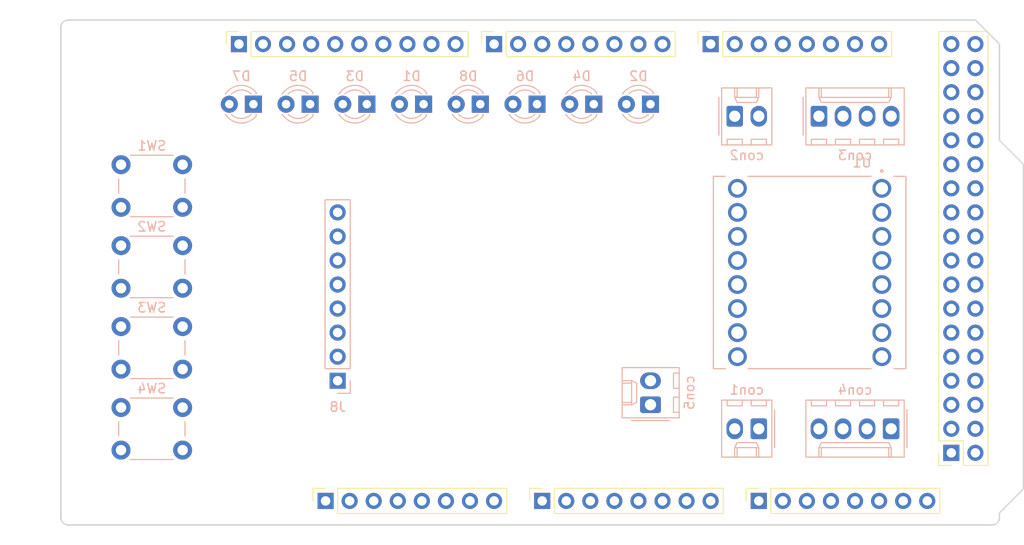
<source format=kicad_pcb>
(kicad_pcb (version 20221018) (generator pcbnew)
  (title_block (date "mar. 31 mars 2015"))
  (layers (0 "F.Cu" signal) (31 "B.Cu" signal) (34 "B.Paste" user) (35 "F.Paste" user) (36 "B.SilkS" user "B.Silkscreen") (37 "F.SilkS" user "F.Silkscreen") (38 "B.Mask" user) (39 "F.Mask" user) (44 "Edge.Cuts" user))
  (net 0 "")
  (net 1 "GND")
  (net 2 "/*52")
  (net 3 "/53")
  (net 4 "/50")
  (net 5 "/51")
  (net 6 "/48")
  (net 7 "/49")
  (net 8 "/*46")
  (net 9 "/47")
  (net 10 "/*44")
  (net 11 "/*45")
  (net 12 "/42")
  (net 13 "/43")
  (net 14 "/40")
  (net 15 "/41")
  (net 16 "/38")
  (net 17 "/39")
  (net 18 "/36")
  (net 19 "/37")
  (net 20 "/34")
  (net 21 "/35")
  (net 22 "/32")
  (net 23 "/33")
  (net 24 "/30")
  (net 25 "/31")
  (net 26 "/28")
  (net 27 "/29")
  (net 28 "/26")
  (net 29 "/27")
  (net 30 "/24")
  (net 31 "/25")
  (net 32 "/22")
  (net 33 "/23")
  (net 34 "+5V")
  (net 35 "/IOREF")
  (net 36 "/A0")
  (net 37 "/A1")
  (net 38 "/A2")
  (net 39 "/A3")
  (net 40 "/A4")
  (net 41 "/A5")
  (net 42 "/A6")
  (net 43 "/A7")
  (net 44 "/A8")
  (net 45 "/A9")
  (net 46 "/A10")
  (net 47 "/A11")
  (net 48 "/A12")
  (net 49 "/A13")
  (net 50 "/A14")
  (net 51 "/A15")
  (net 52 "/AREF")
  (net 53 "/*13")
  (net 54 "/*12")
  (net 55 "/*11")
  (net 56 "/*10")
  (net 57 "/*9")
  (net 58 "/*8")
  (net 59 "/*7")
  (net 60 "/*6")
  (net 61 "/*5")
  (net 62 "/*4")
  (net 63 "/*3")
  (net 64 "/*2")
  (net 65 "/TX0{slash}1")
  (net 66 "/RX0{slash}0")
  (net 67 "+3V3")
  (net 68 "/TX3{slash}14")
  (net 69 "/RX3{slash}15")
  (net 70 "/TX2{slash}16")
  (net 71 "/RX2{slash}17")
  (net 72 "/TX1{slash}18")
  (net 73 "/RX1{slash}19")
  (net 74 "/SDA{slash}20")
  (net 75 "/SCL{slash}21")
  (net 76 "VCC")
  (net 77 "/~{RESET}")
  (net 79 "Net-(U1-A02)")
  (net 80 "Net-(U1-A01)")
  (net 81 "Net-(U1-B01)")
  (net 82 "Net-(U1-B02)")
  (net 83 "ENC11")
  (net 84 "ENC12")
  (net 85 "ENC21")
  (net 86 "ENC22")
  (net 87 "BAT")
  (net 88 "PWMA")
  (net 89 "Ai2")
  (net 90 "AI1")
  (net 91 "BI1")
  (net 92 "BI2")
  (net 93 "PWMB")
  (net 112 "Net-(SW1-A-Pad1)")
  (net 113 "Net-(SW2-A-Pad1)")
  (net 114 "Net-(SW3-A-Pad1)")
  (net 115 "Net-(SW4-A-Pad1)")
  (footprint "Connector_PinSocket_2.54mm:PinSocket_2x18_P2.54mm_Vertical" (layer "F.Cu") (at 193.98 92.38 180)
    (fp_text reference "J7" hide)
    (fp_text value "Digital")
    (fp_line (start -3.87 -1.33) (end -3.87 44.51) (stroke (width 0.12)) (layer "F.SilkS"))
    (fp_line (start -3.87 -1.33) (end -1.27 -1.33) (stroke (width 0.12)) (layer "F.SilkS"))
    (fp_line (start -3.87 44.51) (end 1.33 44.51) (stroke (width 0.12)) (layer "F.SilkS"))
    (fp_line (start -1.27 -1.33) (end -1.27 1.27) (stroke (width 0.12)) (layer "F.SilkS"))
    (fp_line (start -1.27 1.27) (end 1.33 1.27) (stroke (width 0.12)) (layer "F.SilkS"))
    (fp_line (start 0 -1.33) (end 1.33 -1.33) (stroke (width 0.12)) (layer "F.SilkS"))
    (fp_line (start 1.33 -1.33) (end 1.33 0) (stroke (width 0.12)) (layer "F.SilkS"))
    (fp_line (start 1.33 1.27) (end 1.33 44.51) (stroke (width 0.12)) (layer "F.SilkS"))
    (pad "1" thru_hole rect locked (at 0 0 180) (size 1.7 1.7) (drill 1) (layers "*.Cu" "*.Mask") (net 1 "GND"))
    (pad "2" thru_hole oval locked (at -2.54 0 180) (size 1.7 1.7) (drill 1) (layers "*.Cu" "*.Mask") (net 1 "GND"))
    (pad "3" thru_hole oval locked (at 0 2.54 180) (size 1.7 1.7) (drill 1) (layers "*.Cu" "*.Mask") (net 2 "/*52"))
    (pad "4" thru_hole oval locked (at -2.54 2.54 180) (size 1.7 1.7) (drill 1) (layers "*.Cu" "*.Mask") (net 3 "/53"))
    (pad "5" thru_hole oval locked (at 0 5.08 180) (size 1.7 1.7) (drill 1) (layers "*.Cu" "*.Mask") (net 4 "/50"))
    (pad "6" thru_hole oval locked (at -2.54 5.08 180) (size 1.7 1.7) (drill 1) (layers "*.Cu" "*.Mask") (net 5 "/51"))
    (pad "7" thru_hole oval locked (at 0 7.62 180) (size 1.7 1.7) (drill 1) (layers "*.Cu" "*.Mask") (net 6 "/48"))
    (pad "8" thru_hole oval locked (at -2.54 7.62 180) (size 1.7 1.7) (drill 1) (layers "*.Cu" "*.Mask") (net 7 "/49"))
    (pad "9" thru_hole oval locked (at 0 10.16 180) (size 1.7 1.7) (drill 1) (layers "*.Cu" "*.Mask") (net 8 "/*46"))
    (pad "10" thru_hole oval locked (at -2.54 10.16 180) (size 1.7 1.7) (drill 1) (layers "*.Cu" "*.Mask") (net 9 "/47"))
    (pad "11" thru_hole oval locked (at 0 12.7 180) (size 1.7 1.7) (drill 1) (layers "*.Cu" "*.Mask") (net 10 "/*44"))
    (pad "12" thru_hole oval locked (at -2.54 12.7 180) (size 1.7 1.7) (drill 1) (layers "*.Cu" "*.Mask") (net 11 "/*45"))
    (pad "13" thru_hole oval locked (at 0 15.24 180) (size 1.7 1.7) (drill 1) (layers "*.Cu" "*.Mask") (net 12 "/42"))
    (pad "14" thru_hole oval locked (at -2.54 15.24 180) (size 1.7 1.7) (drill 1) (layers "*.Cu" "*.Mask") (net 13 "/43"))
    (pad "15" thru_hole oval locked (at 0 17.78 180) (size 1.7 1.7) (drill 1) (layers "*.Cu" "*.Mask") (net 14 "/40"))
    (pad "16" thru_hole oval locked (at -2.54 17.78 180) (size 1.7 1.7) (drill 1) (layers "*.Cu" "*.Mask") (net 15 "/41"))
    (pad "17" thru_hole oval locked (at 0 20.32 180) (size 1.7 1.7) (drill 1) (layers "*.Cu" "*.Mask") (net 16 "/38"))
    (pad "18" thru_hole oval locked (at -2.54 20.32 180) (size 1.7 1.7) (drill 1) (layers "*.Cu" "*.Mask") (net 17 "/39"))
    (pad "19" thru_hole oval locked (at 0 22.86 180) (size 1.7 1.7) (drill 1) (layers "*.Cu" "*.Mask") (net 18 "/36"))
    (pad "20" thru_hole oval locked (at -2.54 22.86 180) (size 1.7 1.7) (drill 1) (layers "*.Cu" "*.Mask") (net 19 "/37"))
    (pad "21" thru_hole oval locked (at 0 25.4 180) (size 1.7 1.7) (drill 1) (layers "*.Cu" "*.Mask") (net 20 "/34"))
    (pad "22" thru_hole oval locked (at -2.54 25.4 180) (size 1.7 1.7) (drill 1) (layers "*.Cu" "*.Mask") (net 21 "/35"))
    (pad "23" thru_hole oval locked (at 0 27.94 180) (size 1.7 1.7) (drill 1) (layers "*.Cu" "*.Mask") (net 22 "/32"))
    (pad "24" thru_hole oval locked (at -2.54 27.94 180) (size 1.7 1.7) (drill 1) (layers "*.Cu" "*.Mask") (net 23 "/33"))
    (pad "25" thru_hole oval locked (at 0 30.48 180) (size 1.7 1.7) (drill 1) (layers "*.Cu" "*.Mask") (net 24 "/30"))
    (pad "26" thru_hole oval locked (at -2.54 30.48 180) (size 1.7 1.7) (drill 1) (layers "*.Cu" "*.Mask") (net 25 "/31"))
    (pad "27" thru_hole oval locked (at 0 33.02 180) (size 1.7 1.7) (drill 1) (layers "*.Cu" "*.Mask") (net 26 "/28"))
    (pad "28" thru_hole oval locked (at -2.54 33.02 180) (size 1.7 1.7) (drill 1) (layers "*.Cu" "*.Mask") (net 27 "/29"))
    (pad "29" thru_hole oval locked (at 0 35.56 180) (size 1.7 1.7) (drill 1) (layers "*.Cu" "*.Mask") (net 28 "/26"))
    (pad "30" thru_hole oval locked (at -2.54 35.56 180) (size 1.7 1.7) (drill 1) (layers "*.Cu" "*.Mask") (net 29 "/27"))
    (pad "31" thru_hole oval locked (at 0 38.1 180) (size 1.7 1.7) (drill 1) (layers "*.Cu" "*.Mask") (net 30 "/24"))
    (pad "32" thru_hole oval locked (at -2.54 38.1 180) (size 1.7 1.7) (drill 1) (layers "*.Cu" "*.Mask") (net 31 "/25"))
    (pad "33" thru_hole oval locked (at 0 40.64 180) (size 1.7 1.7) (drill 1) (layers "*.Cu" "*.Mask") (net 32 "/22"))
    (pad "34" thru_hole oval locked (at -2.54 40.64 180) (size 1.7 1.7) (drill 1) (layers "*.Cu" "*.Mask") (net 33 "/23"))
    (pad "35" thru_hole oval locked (at 0 43.18 180) (size 1.7 1.7) (drill 1) (layers "*.Cu" "*.Mask") (net 34 "+5V"))
    (pad "36" thru_hole oval locked (at -2.54 43.18 180) (size 1.7 1.7) (drill 1) (layers "*.Cu" "*.Mask") (net 34 "+5V"))
  )
  (footprint "Connector_PinSocket_2.54mm:PinSocket_1x08_P2.54mm_Vertical" (layer "F.Cu") (at 127.94 97.46 90)
    (fp_text reference "J1" hide)
    (fp_text value "Power")
    (fp_line (start -1.33 1.27) (end -1.33 19.11) (stroke (width 0.12)) (layer "F.SilkS"))
    (fp_line (start -1.33 1.27) (end 1.33 1.27) (stroke (width 0.12)) (layer "F.SilkS"))
    (fp_line (start -1.33 19.11) (end 1.33 19.11) (stroke (width 0.12)) (layer "F.SilkS"))
    (fp_line (start 0 -1.33) (end 1.33 -1.33) (stroke (width 0.12)) (layer "F.SilkS"))
    (fp_line (start 1.33 -1.33) (end 1.33 0) (stroke (width 0.12)) (layer "F.SilkS"))
    (fp_line (start 1.33 1.27) (end 1.33 19.11) (stroke (width 0.12)) (layer "F.SilkS"))
    (pad "1" thru_hole rect locked (at 0 0 90) (size 1.7 1.7) (drill 1) (layers "*.Cu" "*.Mask"))
    (pad "2" thru_hole oval locked (at 0 2.54 90) (size 1.7 1.7) (drill 1) (layers "*.Cu" "*.Mask") (net 35 "/IOREF"))
    (pad "3" thru_hole oval locked (at 0 5.08 90) (size 1.7 1.7) (drill 1) (layers "*.Cu" "*.Mask") (net 77 "/~{RESET}"))
    (pad "4" thru_hole oval locked (at 0 7.62 90) (size 1.7 1.7) (drill 1) (layers "*.Cu" "*.Mask") (net 67 "+3V3"))
    (pad "5" thru_hole oval locked (at 0 10.16 90) (size 1.7 1.7) (drill 1) (layers "*.Cu" "*.Mask") (net 34 "+5V"))
    (pad "6" thru_hole oval locked (at 0 12.7 90) (size 1.7 1.7) (drill 1) (layers "*.Cu" "*.Mask") (net 1 "GND"))
    (pad "7" thru_hole oval locked (at 0 15.24 90) (size 1.7 1.7) (drill 1) (layers "*.Cu" "*.Mask") (net 1 "GND"))
    (pad "8" thru_hole oval locked (at 0 17.78 90) (size 1.7 1.7) (drill 1) (layers "*.Cu" "*.Mask") (net 76 "VCC"))
  )
  (footprint "Connector_PinSocket_2.54mm:PinSocket_1x08_P2.54mm_Vertical" (layer "F.Cu") (at 150.8 97.46 90)
    (fp_text reference "J3" hide)
    (fp_text value "Analog")
    (fp_line (start -1.33 1.27) (end -1.33 19.11) (stroke (width 0.12)) (layer "F.SilkS"))
    (fp_line (start -1.33 1.27) (end 1.33 1.27) (stroke (width 0.12)) (layer "F.SilkS"))
    (fp_line (start -1.33 19.11) (end 1.33 19.11) (stroke (width 0.12)) (layer "F.SilkS"))
    (fp_line (start 0 -1.33) (end 1.33 -1.33) (stroke (width 0.12)) (layer "F.SilkS"))
    (fp_line (start 1.33 -1.33) (end 1.33 0) (stroke (width 0.12)) (layer "F.SilkS"))
    (fp_line (start 1.33 1.27) (end 1.33 19.11) (stroke (width 0.12)) (layer "F.SilkS"))
    (pad "1" thru_hole rect locked (at 0 0 90) (size 1.7 1.7) (drill 1) (layers "*.Cu" "*.Mask") (net 36 "/A0"))
    (pad "2" thru_hole oval locked (at 0 2.54 90) (size 1.7 1.7) (drill 1) (layers "*.Cu" "*.Mask") (net 37 "/A1"))
    (pad "3" thru_hole oval locked (at 0 5.08 90) (size 1.7 1.7) (drill 1) (layers "*.Cu" "*.Mask") (net 38 "/A2"))
    (pad "4" thru_hole oval locked (at 0 7.62 90) (size 1.7 1.7) (drill 1) (layers "*.Cu" "*.Mask") (net 39 "/A3"))
    (pad "5" thru_hole oval locked (at 0 10.16 90) (size 1.7 1.7) (drill 1) (layers "*.Cu" "*.Mask") (net 40 "/A4"))
    (pad "6" thru_hole oval locked (at 0 12.7 90) (size 1.7 1.7) (drill 1) (layers "*.Cu" "*.Mask") (net 41 "/A5"))
    (pad "7" thru_hole oval locked (at 0 15.24 90) (size 1.7 1.7) (drill 1) (layers "*.Cu" "*.Mask") (net 42 "/A6"))
    (pad "8" thru_hole oval locked (at 0 17.78 90) (size 1.7 1.7) (drill 1) (layers "*.Cu" "*.Mask") (net 43 "/A7"))
  )
  (footprint "Connector_PinSocket_2.54mm:PinSocket_1x08_P2.54mm_Vertical" (layer "F.Cu") (at 173.66 97.46 90)
    (fp_text reference "J5" hide)
    (fp_text value "Analog")
    (fp_line (start -1.33 1.27) (end -1.33 19.11) (stroke (width 0.12)) (layer "F.SilkS"))
    (fp_line (start -1.33 1.27) (end 1.33 1.27) (stroke (width 0.12)) (layer "F.SilkS"))
    (fp_line (start -1.33 19.11) (end 1.33 19.11) (stroke (width 0.12)) (layer "F.SilkS"))
    (fp_line (start 0 -1.33) (end 1.33 -1.33) (stroke (width 0.12)) (layer "F.SilkS"))
    (fp_line (start 1.33 -1.33) (end 1.33 0) (stroke (width 0.12)) (layer "F.SilkS"))
    (fp_line (start 1.33 1.27) (end 1.33 19.11) (stroke (width 0.12)) (layer "F.SilkS"))
    (pad "1" thru_hole rect locked (at 0 0 90) (size 1.7 1.7) (drill 1) (layers "*.Cu" "*.Mask") (net 44 "/A8"))
    (pad "2" thru_hole oval locked (at 0 2.54 90) (size 1.7 1.7) (drill 1) (layers "*.Cu" "*.Mask") (net 45 "/A9"))
    (pad "3" thru_hole oval locked (at 0 5.08 90) (size 1.7 1.7) (drill 1) (layers "*.Cu" "*.Mask") (net 46 "/A10"))
    (pad "4" thru_hole oval locked (at 0 7.62 90) (size 1.7 1.7) (drill 1) (layers "*.Cu" "*.Mask") (net 47 "/A11"))
    (pad "5" thru_hole oval locked (at 0 10.16 90) (size 1.7 1.7) (drill 1) (layers "*.Cu" "*.Mask") (net 48 "/A12"))
    (pad "6" thru_hole oval locked (at 0 12.7 90) (size 1.7 1.7) (drill 1) (layers "*.Cu" "*.Mask") (net 49 "/A13"))
    (pad "7" thru_hole oval locked (at 0 15.24 90) (size 1.7 1.7) (drill 1) (layers "*.Cu" "*.Mask") (net 50 "/A14"))
    (pad "8" thru_hole oval locked (at 0 17.78 90) (size 1.7 1.7) (drill 1) (layers "*.Cu" "*.Mask") (net 51 "/A15"))
  )
  (footprint "Connector_PinSocket_2.54mm:PinSocket_1x10_P2.54mm_Vertical" (layer "F.Cu") (at 118.796 49.2 90)
    (fp_text reference "J2" hide)
    (fp_text value "PWM")
    (fp_line (start -1.33 1.27) (end -1.33 24.19) (stroke (width 0.12)) (layer "F.SilkS"))
    (fp_line (start -1.33 1.27) (end 1.33 1.27) (stroke (width 0.12)) (layer "F.SilkS"))
    (fp_line (start -1.33 24.19) (end 1.33 24.19) (stroke (width 0.12)) (layer "F.SilkS"))
    (fp_line (start 0 -1.33) (end 1.33 -1.33) (stroke (width 0.12)) (layer "F.SilkS"))
    (fp_line (start 1.33 -1.33) (end 1.33 0) (stroke (width 0.12)) (layer "F.SilkS"))
    (fp_line (start 1.33 1.27) (end 1.33 24.19) (stroke (width 0.12)) (layer "F.SilkS"))
    (pad "1" thru_hole rect locked (at 0 0 90) (size 1.7 1.7) (drill 1) (layers "*.Cu" "*.Mask") (net 75 "/SCL{slash}21"))
    (pad "2" thru_hole oval locked (at 0 2.54 90) (size 1.7 1.7) (drill 1) (layers "*.Cu" "*.Mask") (net 74 "/SDA{slash}20"))
    (pad "3" thru_hole oval locked (at 0 5.08 90) (size 1.7 1.7) (drill 1) (layers "*.Cu" "*.Mask") (net 52 "/AREF"))
    (pad "4" thru_hole oval locked (at 0 7.62 90) (size 1.7 1.7) (drill 1) (layers "*.Cu" "*.Mask") (net 1 "GND"))
    (pad "5" thru_hole oval locked (at 0 10.16 90) (size 1.7 1.7) (drill 1) (layers "*.Cu" "*.Mask") (net 53 "/*13"))
    (pad "6" thru_hole oval locked (at 0 12.7 90) (size 1.7 1.7) (drill 1) (layers "*.Cu" "*.Mask") (net 54 "/*12"))
    (pad "7" thru_hole oval locked (at 0 15.24 90) (size 1.7 1.7) (drill 1) (layers "*.Cu" "*.Mask") (net 55 "/*11"))
    (pad "8" thru_hole oval locked (at 0 17.78 90) (size 1.7 1.7) (drill 1) (layers "*.Cu" "*.Mask") (net 56 "/*10"))
    (pad "9" thru_hole oval locked (at 0 20.32 90) (size 1.7 1.7) (drill 1) (layers "*.Cu" "*.Mask") (net 57 "/*9"))
    (pad "10" thru_hole oval locked (at 0 22.86 90) (size 1.7 1.7) (drill 1) (layers "*.Cu" "*.Mask") (net 58 "/*8"))
  )
  (footprint "Connector_PinSocket_2.54mm:PinSocket_1x08_P2.54mm_Vertical" (layer "F.Cu") (at 145.72 49.2 90)
    (fp_text reference "J4" hide)
    (fp_text value "PWM")
    (fp_line (start -1.33 1.27) (end -1.33 19.11) (stroke (width 0.12)) (layer "F.SilkS"))
    (fp_line (start -1.33 1.27) (end 1.33 1.27) (stroke (width 0.12)) (layer "F.SilkS"))
    (fp_line (start -1.33 19.11) (end 1.33 19.11) (stroke (width 0.12)) (layer "F.SilkS"))
    (fp_line (start 0 -1.33) (end 1.33 -1.33) (stroke (width 0.12)) (layer "F.SilkS"))
    (fp_line (start 1.33 -1.33) (end 1.33 0) (stroke (width 0.12)) (layer "F.SilkS"))
    (fp_line (start 1.33 1.27) (end 1.33 19.11) (stroke (width 0.12)) (layer "F.SilkS"))
    (pad "1" thru_hole rect locked (at 0 0 90) (size 1.7 1.7) (drill 1) (layers "*.Cu" "*.Mask") (net 59 "/*7"))
    (pad "2" thru_hole oval locked (at 0 2.54 90) (size 1.7 1.7) (drill 1) (layers "*.Cu" "*.Mask") (net 60 "/*6"))
    (pad "3" thru_hole oval locked (at 0 5.08 90) (size 1.7 1.7) (drill 1) (layers "*.Cu" "*.Mask") (net 61 "/*5"))
    (pad "4" thru_hole oval locked (at 0 7.62 90) (size 1.7 1.7) (drill 1) (layers "*.Cu" "*.Mask") (net 62 "/*4"))
    (pad "5" thru_hole oval locked (at 0 10.16 90) (size 1.7 1.7) (drill 1) (layers "*.Cu" "*.Mask") (net 63 "/*3"))
    (pad "6" thru_hole oval locked (at 0 12.7 90) (size 1.7 1.7) (drill 1) (layers "*.Cu" "*.Mask") (net 64 "/*2"))
    (pad "7" thru_hole oval locked (at 0 15.24 90) (size 1.7 1.7) (drill 1) (layers "*.Cu" "*.Mask") (net 65 "/TX0{slash}1"))
    (pad "8" thru_hole oval locked (at 0 17.78 90) (size 1.7 1.7) (drill 1) (layers "*.Cu" "*.Mask") (net 66 "/RX0{slash}0"))
  )
  (footprint "Connector_PinSocket_2.54mm:PinSocket_1x08_P2.54mm_Vertical" (layer "F.Cu") (at 168.58 49.2 90)
    (fp_text reference "J6" hide)
    (fp_text value "Communication")
    (fp_line (start -1.33 1.27) (end -1.33 19.11) (stroke (width 0.12)) (layer "F.SilkS"))
    (fp_line (start -1.33 1.27) (end 1.33 1.27) (stroke (width 0.12)) (layer "F.SilkS"))
    (fp_line (start -1.33 19.11) (end 1.33 19.11) (stroke (width 0.12)) (layer "F.SilkS"))
    (fp_line (start 0 -1.33) (end 1.33 -1.33) (stroke (width 0.12)) (layer "F.SilkS"))
    (fp_line (start 1.33 -1.33) (end 1.33 0) (stroke (width 0.12)) (layer "F.SilkS"))
    (fp_line (start 1.33 1.27) (end 1.33 19.11) (stroke (width 0.12)) (layer "F.SilkS"))
    (pad "1" thru_hole rect locked (at 0 0 90) (size 1.7 1.7) (drill 1) (layers "*.Cu" "*.Mask") (net 68 "/TX3{slash}14"))
    (pad "2" thru_hole oval locked (at 0 2.54 90) (size 1.7 1.7) (drill 1) (layers "*.Cu" "*.Mask") (net 69 "/RX3{slash}15"))
    (pad "3" thru_hole oval locked (at 0 5.08 90) (size 1.7 1.7) (drill 1) (layers "*.Cu" "*.Mask") (net 70 "/TX2{slash}16"))
    (pad "4" thru_hole oval locked (at 0 7.62 90) (size 1.7 1.7) (drill 1) (layers "*.Cu" "*.Mask") (net 71 "/RX2{slash}17"))
    (pad "5" thru_hole oval locked (at 0 10.16 90) (size 1.7 1.7) (drill 1) (layers "*.Cu" "*.Mask") (net 72 "/TX1{slash}18"))
    (pad "6" thru_hole oval locked (at 0 12.7 90) (size 1.7 1.7) (drill 1) (layers "*.Cu" "*.Mask") (net 73 "/RX1{slash}19"))
    (pad "7" thru_hole oval locked (at 0 15.24 90) (size 1.7 1.7) (drill 1) (layers "*.Cu" "*.Mask") (net 74 "/SDA{slash}20"))
    (pad "8" thru_hole oval locked (at 0 17.78 90) (size 1.7 1.7) (drill 1) (layers "*.Cu" "*.Mask") (net 75 "/SCL{slash}21"))
  )
  (footprint "Arduino_MountingHole:MountingHole_3.2mm" (layer "F.Cu") (at 196.52 97.46)
    (fp_text reference "MH6" hide)
    (fp_text value "MountingHole_3.2mm" hide)
    (pad "" np_thru_hole circle locked (at 0 0) (size 3.2 3.2) (drill 3.2) (layers "*.Cu" "*.Mask"))
  )
  (footprint "Arduino_MountingHole:MountingHole_3.2mm" (layer "F.Cu") (at 115.24 49.2)
    (fp_text reference "MH1" hide)
    (fp_text value "MountingHole_3.2mm" hide)
    (pad "" np_thru_hole circle locked (at 0 0) (size 3.2 3.2) (drill 3.2) (layers "*.Cu" "*.Mask"))
  )
  (footprint "Arduino_MountingHole:MountingHole_3.2mm" (layer "F.Cu") (at 113.97 97.46)
    (fp_text reference "MH2" hide)
    (fp_text value "MountingHole_3.2mm" hide)
    (pad "" np_thru_hole circle locked (at 0 0) (size 3.2 3.2) (drill 3.2) (layers "*.Cu" "*.Mask"))
  )
  (footprint "Arduino_MountingHole:MountingHole_3.2mm" (layer "F.Cu") (at 166.04 64.44)
    (fp_text reference "MH3" hide)
    (fp_text value "MountingHole_3.2mm" hide)
    (pad "" np_thru_hole circle locked (at 0 0) (size 3.2 3.2) (drill 3.2) (layers "*.Cu" "*.Mask"))
  )
  (footprint "Arduino_MountingHole:MountingHole_3.2mm" (layer "F.Cu") (at 166.04 92.38)
    (fp_text reference "MH4" hide)
    (fp_text value "MountingHole_3.2mm" hide)
    (pad "" np_thru_hole circle locked (at 0 0) (size 3.2 3.2) (drill 3.2) (layers "*.Cu" "*.Mask"))
  )
  (footprint "Arduino_MountingHole:MountingHole_3.2mm" (layer "F.Cu") (at 190.17 49.2)
    (fp_text reference "MH5" hide)
    (fp_text value "MountingHole_3.2mm" hide)
    (pad "" np_thru_hole circle locked (at 0 0) (size 3.2 3.2) (drill 3.2) (layers "*.Cu" "*.Mask"))
  )
  (footprint "Button_Switch_THT:SW_PUSH_6mm" (layer "B.Cu") (at 112.85 70.49 180)
    (fp_text reference "SW2" (at 3.25 2) (layer "B.SilkS") (effects (justify mirror)))
    (fp_text value "SW_MEC_5G")
    (fp_line (start -0.25 -1.5) (end -0.25 -3) (stroke (width 0.12)) (layer "B.SilkS"))
    (fp_line (start 1 -5.5) (end 5.5 -5.5) (stroke (width 0.12)) (layer "B.SilkS"))
    (fp_line (start 5.5 1) (end 1 1) (stroke (width 0.12)) (layer "B.SilkS"))
    (fp_line (start 6.75 -3) (end 6.75 -1.5) (stroke (width 0.12)) (layer "B.SilkS"))
    (pad "1" thru_hole circle (at 0 0 90) (size 2 2) (drill 1.1) (layers "*.Cu" "*.Mask") (net 113 "Net-(SW2-A-Pad1)"))
    (pad "1" thru_hole circle (at 6.5 0 90) (size 2 2) (drill 1.1) (layers "*.Cu" "*.Mask") (net 113 "Net-(SW2-A-Pad1)"))
    (pad "2" thru_hole circle (at 0 -4.5 90) (size 2 2) (drill 1.1) (layers "*.Cu" "*.Mask") (net 113 "Net-(SW2-A-Pad1)"))
    (pad "2" thru_hole circle (at 6.5 -4.5 90) (size 2 2) (drill 1.1) (layers "*.Cu" "*.Mask") (net 113 "Net-(SW2-A-Pad1)"))
  )
  (footprint "LED_THT:LED_D3.0mm" (layer "B.Cu") (at 144.268574 55.55 180)
    (fp_text reference "D8" (at 1.27 2.96) (layer "B.SilkS") (effects (justify mirror)))
    (fp_text value "LED")
    (fp_line (start -0.29 -1.08) (end -0.29 -1.236) (stroke (width 0.12)) (layer "B.SilkS"))
    (fp_line (start -0.29 1.236) (end -0.29 1.08) (stroke (width 0.12)) (layer "B.SilkS"))
    (fp_arc (start -0.29 -1.235516) (mid 1.366487 -1.987659) (end 2.942335 -1.078608) (stroke (width 0.12)) (layer "B.SilkS"))
    (fp_arc (start 0.229039 -1.08) (mid 1.270117 -1.5) (end 2.31113 -1.079837) (stroke (width 0.12)) (layer "B.SilkS"))
    (fp_arc (start 2.31113 1.079837) (mid 1.270117 1.5) (end 0.229039 1.08) (stroke (width 0.12)) (layer "B.SilkS"))
    (fp_arc (start 2.942335 1.078608) (mid 1.366487 1.987659) (end -0.29 1.235516) (stroke (width 0.12)) (layer "B.SilkS"))
    (pad "1" thru_hole rect (at 0 0 180) (size 1.8 1.8) (drill 0.9) (layers "*.Cu" "*.Mask"))
    (pad "2" thru_hole circle (at 2.54 0 180) (size 1.8 1.8) (drill 0.9) (layers "*.Cu" "*.Mask"))
  )
  (footprint "LED_THT:LED_D3.0mm" (layer "B.Cu") (at 162.23 55.55 180)
    (fp_text reference "D2" (at 1.27 2.96) (layer "B.SilkS") (effects (justify mirror)))
    (fp_text value "LED")
    (fp_line (start -0.29 -1.08) (end -0.29 -1.236) (stroke (width 0.12)) (layer "B.SilkS"))
    (fp_line (start -0.29 1.236) (end -0.29 1.08) (stroke (width 0.12)) (layer "B.SilkS"))
    (fp_arc (start -0.29 -1.235516) (mid 1.366487 -1.987659) (end 2.942335 -1.078608) (stroke (width 0.12)) (layer "B.SilkS"))
    (fp_arc (start 0.229039 -1.08) (mid 1.270117 -1.5) (end 2.31113 -1.079837) (stroke (width 0.12)) (layer "B.SilkS"))
    (fp_arc (start 2.31113 1.079837) (mid 1.270117 1.5) (end 0.229039 1.08) (stroke (width 0.12)) (layer "B.SilkS"))
    (fp_arc (start 2.942335 1.078608) (mid 1.366487 1.987659) (end -0.29 1.235516) (stroke (width 0.12)) (layer "B.SilkS"))
    (pad "1" thru_hole rect (at 0 0 180) (size 1.8 1.8) (drill 0.9) (layers "*.Cu" "*.Mask"))
    (pad "2" thru_hole circle (at 2.54 0 180) (size 1.8 1.8) (drill 0.9) (layers "*.Cu" "*.Mask"))
  )
  (footprint "Button_Switch_THT:SW_PUSH_6mm" (layer "B.Cu") (at 112.85 79.04 180)
    (fp_text reference "SW3" (at 3.25 2) (layer "B.SilkS") (effects (justify mirror)))
    (fp_text value "SW_MEC_5G")
    (fp_line (start -0.25 -1.5) (end -0.25 -3) (stroke (width 0.12)) (layer "B.SilkS"))
    (fp_line (start 1 -5.5) (end 5.5 -5.5) (stroke (width 0.12)) (layer "B.SilkS"))
    (fp_line (start 5.5 1) (end 1 1) (stroke (width 0.12)) (layer "B.SilkS"))
    (fp_line (start 6.75 -3) (end 6.75 -1.5) (stroke (width 0.12)) (layer "B.SilkS"))
    (pad "1" thru_hole circle (at 0 0 90) (size 2 2) (drill 1.1) (layers "*.Cu" "*.Mask") (net 114 "Net-(SW3-A-Pad1)"))
    (pad "1" thru_hole circle (at 6.5 0 90) (size 2 2) (drill 1.1) (layers "*.Cu" "*.Mask") (net 114 "Net-(SW3-A-Pad1)"))
    (pad "2" thru_hole circle (at 0 -4.5 90) (size 2 2) (drill 1.1) (layers "*.Cu" "*.Mask") (net 114 "Net-(SW3-A-Pad1)"))
    (pad "2" thru_hole circle (at 6.5 -4.5 90) (size 2 2) (drill 1.1) (layers "*.Cu" "*.Mask") (net 114 "Net-(SW3-A-Pad1)"))
  )
  (footprint "ponteH:MODULE_ROB-14450" (layer "B.Cu") (at 179.02619 73.33 180)
    (fp_text reference "U1" (at -5.5332 11.6132) (layer "B.SilkS") (effects (justify mirror)))
    (fp_text value "tb66")
    (fp_line (start -10.16 10.16) (end -10.16 -10.16) (stroke (width 0.127)) (layer "B.SilkS"))
    (fp_line (start -8.89 -10.16) (end -10.16 -10.16) (stroke (width 0.127)) (layer "B.SilkS"))
    (fp_line (start -8.89 10.16) (end -10.16 10.16) (stroke (width 0.127)) (layer "B.SilkS"))
    (fp_line (start -6.5 -10.16) (end 6.5 -10.16) (stroke (width 0.127)) (layer "B.SilkS"))
    (fp_line (start -6.5 10.16) (end 6.5 10.16) (stroke (width 0.127)) (layer "B.SilkS"))
    (fp_line (start 8.89 -10.16) (end 10.16 -10.16) (stroke (width 0.127)) (layer "B.SilkS"))
    (fp_line (start 8.89 10.16) (end 10.16 10.16) (stroke (width 0.127)) (layer "B.SilkS"))
    (fp_line (start 10.16 -10.16) (end 10.16 10.16) (stroke (width 0.127)) (layer "B.SilkS"))
    (fp_circle (center -7.62 10.7282) (end -7.52 10.7282) (stroke (width 0.2)) (fill none) (layer "B.SilkS"))
    (pad "1" thru_hole circle (at -7.62 8.89 180) (size 1.98 1.98) (drill 1.32) (layers "*.Cu" "*.Mask") (net 87 "BAT"))
    (pad "2" thru_hole circle (at -7.62 6.35 180) (size 1.98 1.98) (drill 1.32) (layers "*.Cu" "*.Mask") (net 34 "+5V"))
    (pad "3" thru_hole circle (at -7.62 3.81 180) (size 1.98 1.98) (drill 1.32) (layers "*.Cu" "*.Mask") (net 1 "GND"))
    (pad "4" thru_hole circle (at -7.62 1.27 180) (size 1.98 1.98) (drill 1.32) (layers "*.Cu" "*.Mask") (net 80 "Net-(U1-A01)"))
    (pad "5" thru_hole circle (at -7.62 -1.27 180) (size 1.98 1.98) (drill 1.32) (layers "*.Cu" "*.Mask") (net 79 "Net-(U1-A02)"))
    (pad "6" thru_hole circle (at -7.62 -3.81 180) (size 1.98 1.98) (drill 1.32) (layers "*.Cu" "*.Mask") (net 82 "Net-(U1-B02)"))
    (pad "7" thru_hole circle (at -7.62 -6.35 180) (size 1.98 1.98) (drill 1.32) (layers "*.Cu" "*.Mask") (net 81 "Net-(U1-B01)"))
    (pad "8" thru_hole circle (at -7.62 -8.89 180) (size 1.98 1.98) (drill 1.32) (layers "*.Cu" "*.Mask") (net 1 "GND"))
    (pad "9" thru_hole circle (at 7.62 -8.89 180) (size 1.98 1.98) (drill 1.32) (layers "*.Cu" "*.Mask") (net 1 "GND"))
    (pad "10" thru_hole circle (at 7.62 -6.35 180) (size 1.98 1.98) (drill 1.32) (layers "*.Cu" "*.Mask") (net 93 "PWMB"))
    (pad "11" thru_hole circle (at 7.62 -3.81 180) (size 1.98 1.98) (drill 1.32) (layers "*.Cu" "*.Mask") (net 92 "BI2"))
    (pad "12" thru_hole circle (at 7.62 -1.27 180) (size 1.98 1.98) (drill 1.32) (layers "*.Cu" "*.Mask") (net 91 "BI1"))
    (pad "13" thru_hole circle (at 7.62 1.27 180) (size 1.98 1.98) (drill 1.32) (layers "*.Cu" "*.Mask") (net 34 "+5V"))
    (pad "14" thru_hole circle (at 7.62 3.81 180) (size 1.98 1.98) (drill 1.32) (layers "*.Cu" "*.Mask") (net 90 "AI1"))
    (pad "15" thru_hole circle (at 7.62 6.35 180) (size 1.98 1.98) (drill 1.32) (layers "*.Cu" "*.Mask") (net 89 "Ai2"))
    (pad "16" thru_hole circle (at 7.62 8.89 180) (size 1.98 1.98) (drill 1.32) (layers "*.Cu" "*.Mask") (net 88 "PWMA"))
  )
  (footprint "Connector_Molex:Molex_KK-254_AE-6410-02A_1x02_P2.54mm_Vertical" (layer "B.Cu") (at 173.66 89.84 180)
    (fp_text reference "con1" (at 1.27 4.12 -360) (layer "B.SilkS") (effects (justify mirror)))
    (fp_text value "MOTOR2")
    (fp_line (start -1.67 2) (end -1.67 -2) (stroke (width 0.12)) (layer "B.SilkS"))
    (fp_line (start -1.38 -2.99) (end 3.92 -2.99) (stroke (width 0.12)) (layer "B.SilkS"))
    (fp_line (start -1.38 3.03) (end -1.38 -2.99) (stroke (width 0.12)) (layer "B.SilkS"))
    (fp_line (start -0.8 2.43) (end 0.8 2.43) (stroke (width 0.12)) (layer "B.SilkS"))
    (fp_line (start -0.8 3.03) (end -0.8 2.43) (stroke (width 0.12)) (layer "B.SilkS"))
    (fp_line (start 0 -2.99) (end 0 -1.99) (stroke (width 0.12)) (layer "B.SilkS"))
    (fp_line (start 0 -1.99) (end 0.25 -1.46) (stroke (width 0.12)) (layer "B.SilkS"))
    (fp_line (start 0 -1.99) (end 2.54 -1.99) (stroke (width 0.12)) (layer "B.SilkS"))
    (fp_line (start 0.25 -2.99) (end 0.25 -1.99) (stroke (width 0.12)) (layer "B.SilkS"))
    (fp_line (start 0.25 -1.46) (end 2.29 -1.46) (stroke (width 0.12)) (layer "B.SilkS"))
    (fp_line (start 0.8 2.43) (end 0.8 3.03) (stroke (width 0.12)) (layer "B.SilkS"))
    (fp_line (start 1.74 2.43) (end 3.34 2.43) (stroke (width 0.12)) (layer "B.SilkS"))
    (fp_line (start 1.74 3.03) (end 1.74 2.43) (stroke (width 0.12)) (layer "B.SilkS"))
    (fp_line (start 2.29 -2.99) (end 2.29 -1.99) (stroke (width 0.12)) (layer "B.SilkS"))
    (fp_line (start 2.29 -1.46) (end 2.54 -1.99) (stroke (width 0.12)) (layer "B.SilkS"))
    (fp_line (start 2.54 -1.99) (end 2.54 -2.99) (stroke (width 0.12)) (layer "B.SilkS"))
    (fp_line (start 3.34 2.43) (end 3.34 3.03) (stroke (width 0.12)) (layer "B.SilkS"))
    (fp_line (start 3.92 -2.99) (end 3.92 3.03) (stroke (width 0.12)) (layer "B.SilkS"))
    (fp_line (start 3.92 3.03) (end -1.38 3.03) (stroke (width 0.12)) (layer "B.SilkS"))
    (pad "1" thru_hole roundrect (at 0 0 180) (size 1.74 2.19) (drill 1.19) (layers "*.Cu" "*.Mask") (roundrect_rratio 0.143678) (net 79 "Net-(U1-A02)"))
    (pad "2" thru_hole oval (at 2.54 0 180) (size 1.74 2.19) (drill 1.19) (layers "*.Cu" "*.Mask") (net 80 "Net-(U1-A01)"))
  )
  (footprint "LED_THT:LED_D3.0mm" (layer "B.Cu") (at 126.307148 55.55 180)
    (fp_text reference "D5" (at 1.27 2.96) (layer "B.SilkS") (effects (justify mirror)))
    (fp_text value "LED")
    (fp_line (start -0.29 -1.08) (end -0.29 -1.236) (stroke (width 0.12)) (layer "B.SilkS"))
    (fp_line (start -0.29 1.236) (end -0.29 1.08) (stroke (width 0.12)) (layer "B.SilkS"))
    (fp_arc (start -0.29 -1.235516) (mid 1.366487 -1.987659) (end 2.942335 -1.078608) (stroke (width 0.12)) (layer "B.SilkS"))
    (fp_arc (start 0.229039 -1.08) (mid 1.270117 -1.5) (end 2.31113 -1.079837) (stroke (width 0.12)) (layer "B.SilkS"))
    (fp_arc (start 2.31113 1.079837) (mid 1.270117 1.5) (end 0.229039 1.08) (stroke (width 0.12)) (layer "B.SilkS"))
    (fp_arc (start 2.942335 1.078608) (mid 1.366487 1.987659) (end -0.29 1.235516) (stroke (width 0.12)) (layer "B.SilkS"))
    (pad "1" thru_hole rect (at 0 0 180) (size 1.8 1.8) (drill 0.9) (layers "*.Cu" "*.Mask"))
    (pad "2" thru_hole circle (at 2.54 0 180) (size 1.8 1.8) (drill 0.9) (layers "*.Cu" "*.Mask"))
  )
  (footprint "Connector_Molex:Molex_KK-254_AE-6410-04A_1x04_P2.54mm_Vertical" (layer "B.Cu") (at 187.63 89.84 180)
    (fp_text reference "con4" (at 3.81 4.12 -360) (layer "B.SilkS") (effects (justify mirror)))
    (fp_text value "ENC2")
    (fp_line (start -1.67 2) (end -1.67 -2) (stroke (width 0.12)) (layer "B.SilkS"))
    (fp_line (start -1.38 -2.99) (end 9 -2.99) (stroke (width 0.12)) (layer "B.SilkS"))
    (fp_line (start -1.38 3.03) (end -1.38 -2.99) (stroke (width 0.12)) (layer "B.SilkS"))
    (fp_line (start -0.8 2.43) (end 0.8 2.43) (stroke (width 0.12)) (layer "B.SilkS"))
    (fp_line (start -0.8 3.03) (end -0.8 2.43) (stroke (width 0.12)) (layer "B.SilkS"))
    (fp_line (start 0 -2.99) (end 0 -1.99) (stroke (width 0.12)) (layer "B.SilkS"))
    (fp_line (start 0 -1.99) (end 0.25 -1.46) (stroke (width 0.12)) (layer "B.SilkS"))
    (fp_line (start 0 -1.99) (end 7.62 -1.99) (stroke (width 0.12)) (layer "B.SilkS"))
    (fp_line (start 0.25 -2.99) (end 0.25 -1.99) (stroke (width 0.12)) (layer "B.SilkS"))
    (fp_line (start 0.25 -1.46) (end 7.37 -1.46) (stroke (width 0.12)) (layer "B.SilkS"))
    (fp_line (start 0.8 2.43) (end 0.8 3.03) (stroke (width 0.12)) (layer "B.SilkS"))
    (fp_line (start 1.74 2.43) (end 3.34 2.43) (stroke (width 0.12)) (layer "B.SilkS"))
    (fp_line (start 1.74 3.03) (end 1.74 2.43) (stroke (width 0.12)) (layer "B.SilkS"))
    (fp_line (start 3.34 2.43) (end 3.34 3.03) (stroke (width 0.12)) (layer "B.SilkS"))
    (fp_line (start 4.28 2.43) (end 5.88 2.43) (stroke (width 0.12)) (layer "B.SilkS"))
    (fp_line (start 4.28 3.03) (end 4.28 2.43) (stroke (width 0.12)) (layer "B.SilkS"))
    (fp_line (start 5.88 2.43) (end 5.88 3.03) (stroke (width 0.12)) (layer "B.SilkS"))
    (fp_line (start 6.82 2.43) (end 8.42 2.43) (stroke (width 0.12)) (layer "B.SilkS"))
    (fp_line (start 6.82 3.03) (end 6.82 2.43) (stroke (width 0.12)) (layer "B.SilkS"))
    (fp_line (start 7.37 -2.99) (end 7.37 -1.99) (stroke (width 0.12)) (layer "B.SilkS"))
    (fp_line (start 7.37 -1.46) (end 7.62 -1.99) (stroke (width 0.12)) (layer "B.SilkS"))
    (fp_line (start 7.62 -1.99) (end 7.62 -2.99) (stroke (width 0.12)) (layer "B.SilkS"))
    (fp_line (start 8.42 2.43) (end 8.42 3.03) (stroke (width 0.12)) (layer "B.SilkS"))
    (fp_line (start 9 -2.99) (end 9 3.03) (stroke (width 0.12)) (layer "B.SilkS"))
    (fp_line (start 9 3.03) (end -1.38 3.03) (stroke (width 0.12)) (layer "B.SilkS"))
    (pad "1" thru_hole roundrect (at 0 0 180) (size 1.74 2.19) (drill 1.19) (layers "*.Cu" "*.Mask") (roundrect_rratio 0.143678) (net 34 "+5V"))
    (pad "2" thru_hole oval (at 2.54 0 180) (size 1.74 2.19) (drill 1.19) (layers "*.Cu" "*.Mask") (net 85 "ENC21"))
    (pad "3" thru_hole oval (at 5.08 0 180) (size 1.74 2.19) (drill 1.19) (layers "*.Cu" "*.Mask") (net 86 "ENC22"))
    (pad "4" thru_hole oval (at 7.62 0 180) (size 1.74 2.19) (drill 1.19) (layers "*.Cu" "*.Mask") (net 1 "GND"))
  )
  (footprint "Button_Switch_THT:SW_PUSH_6mm" (layer "B.Cu") (at 112.85 61.94 180)
    (fp_text reference "SW1" (at 3.25 2) (layer "B.SilkS") (effects (justify mirror)))
    (fp_text value "SW_MEC_5G")
    (fp_line (start -0.25 -1.5) (end -0.25 -3) (stroke (width 0.12)) (layer "B.SilkS"))
    (fp_line (start 1 -5.5) (end 5.5 -5.5) (stroke (width 0.12)) (layer "B.SilkS"))
    (fp_line (start 5.5 1) (end 1 1) (stroke (width 0.12)) (layer "B.SilkS"))
    (fp_line (start 6.75 -3) (end 6.75 -1.5) (stroke (width 0.12)) (layer "B.SilkS"))
    (pad "1" thru_hole circle (at 0 0 90) (size 2 2) (drill 1.1) (layers "*.Cu" "*.Mask") (net 112 "Net-(SW1-A-Pad1)"))
    (pad "1" thru_hole circle (at 6.5 0 90) (size 2 2) (drill 1.1) (layers "*.Cu" "*.Mask") (net 112 "Net-(SW1-A-Pad1)"))
    (pad "2" thru_hole circle (at 0 -4.5 90) (size 2 2) (drill 1.1) (layers "*.Cu" "*.Mask") (net 112 "Net-(SW1-A-Pad1)"))
    (pad "2" thru_hole circle (at 6.5 -4.5 90) (size 2 2) (drill 1.1) (layers "*.Cu" "*.Mask") (net 112 "Net-(SW1-A-Pad1)"))
  )
  (footprint "LED_THT:LED_D3.0mm" (layer "B.Cu") (at 120.32 55.55 180)
    (fp_text reference "D7" (at 1.27 2.96) (layer "B.SilkS") (effects (justify mirror)))
    (fp_text value "LED")
    (fp_line (start -0.29 -1.08) (end -0.29 -1.236) (stroke (width 0.12)) (layer "B.SilkS"))
    (fp_line (start -0.29 1.236) (end -0.29 1.08) (stroke (width 0.12)) (layer "B.SilkS"))
    (fp_arc (start -0.29 -1.235516) (mid 1.366487 -1.987659) (end 2.942335 -1.078608) (stroke (width 0.12)) (layer "B.SilkS"))
    (fp_arc (start 0.229039 -1.08) (mid 1.270117 -1.5) (end 2.31113 -1.079837) (stroke (width 0.12)) (layer "B.SilkS"))
    (fp_arc (start 2.31113 1.079837) (mid 1.270117 1.5) (end 0.229039 1.08) (stroke (width 0.12)) (layer "B.SilkS"))
    (fp_arc (start 2.942335 1.078608) (mid 1.366487 1.987659) (end -0.29 1.235516) (stroke (width 0.12)) (layer "B.SilkS"))
    (pad "1" thru_hole rect (at 0 0 180) (size 1.8 1.8) (drill 0.9) (layers "*.Cu" "*.Mask"))
    (pad "2" thru_hole circle (at 2.54 0 180) (size 1.8 1.8) (drill 0.9) (layers "*.Cu" "*.Mask"))
  )
  (footprint "LED_THT:LED_D3.0mm" (layer "B.Cu") (at 132.29429 55.55 180)
    (fp_text reference "D3" (at 1.27 2.96) (layer "B.SilkS") (effects (justify mirror)))
    (fp_text value "LED")
    (fp_line (start -0.29 -1.08) (end -0.29 -1.236) (stroke (width 0.12)) (layer "B.SilkS"))
    (fp_line (start -0.29 1.236) (end -0.29 1.08) (stroke (width 0.12)) (layer "B.SilkS"))
    (fp_arc (start -0.29 -1.235516) (mid 1.366487 -1.987659) (end 2.942335 -1.078608) (stroke (width 0.12)) (layer "B.SilkS"))
    (fp_arc (start 0.229039 -1.08) (mid 1.270117 -1.5) (end 2.31113 -1.079837) (stroke (width 0.12)) (layer "B.SilkS"))
    (fp_arc (start 2.31113 1.079837) (mid 1.270117 1.5) (end 0.229039 1.08) (stroke (width 0.12)) (layer "B.SilkS"))
    (fp_arc (start 2.942335 1.078608) (mid 1.366487 1.987659) (end -0.29 1.235516) (stroke (width 0.12)) (layer "B.SilkS"))
    (pad "1" thru_hole rect (at 0 0 180) (size 1.8 1.8) (drill 0.9) (layers "*.Cu" "*.Mask"))
    (pad "2" thru_hole circle (at 2.54 0 180) (size 1.8 1.8) (drill 0.9) (layers "*.Cu" "*.Mask"))
  )
  (footprint "Connector_Molex:Molex_KK-254_AE-6410-04A_1x04_P2.54mm_Vertical" (layer "B.Cu") (at 180.01 56.82)
    (fp_text reference "con3" (at 3.81 4.12 -360) (layer "B.SilkS") (effects (justify mirror)))
    (fp_text value "ENC1")
    (fp_line (start -1.67 2) (end -1.67 -2) (stroke (width 0.12)) (layer "B.SilkS"))
    (fp_line (start -1.38 -2.99) (end 9 -2.99) (stroke (width 0.12)) (layer "B.SilkS"))
    (fp_line (start -1.38 3.03) (end -1.38 -2.99) (stroke (width 0.12)) (layer "B.SilkS"))
    (fp_line (start -0.8 2.43) (end 0.8 2.43) (stroke (width 0.12)) (layer "B.SilkS"))
    (fp_line (start -0.8 3.03) (end -0.8 2.43) (stroke (width 0.12)) (layer "B.SilkS"))
    (fp_line (start 0 -2.99) (end 0 -1.99) (stroke (width 0.12)) (layer "B.SilkS"))
    (fp_line (start 0 -1.99) (end 0.25 -1.46) (stroke (width 0.12)) (layer "B.SilkS"))
    (fp_line (start 0 -1.99) (end 7.62 -1.99) (stroke (width 0.12)) (layer "B.SilkS"))
    (fp_line (start 0.25 -2.99) (end 0.25 -1.99) (stroke (width 0.12)) (layer "B.SilkS"))
    (fp_line (start 0.25 -1.46) (end 7.37 -1.46) (stroke (width 0.12)) (layer "B.SilkS"))
    (fp_line (start 0.8 2.43) (end 0.8 3.03) (stroke (width 0.12)) (layer "B.SilkS"))
    (fp_line (start 1.74 2.43) (end 3.34 2.43) (stroke (width 0.12)) (layer "B.SilkS"))
    (fp_line (start 1.74 3.03) (end 1.74 2.43) (stroke (width 0.12)) (layer "B.SilkS"))
    (fp_line (start 3.34 2.43) (end 3.34 3.03) (stroke (width 0.12)) (layer "B.SilkS"))
    (fp_line (start 4.28 2.43) (end 5.88 2.43) (stroke (width 0.12)) (layer "B.SilkS"))
    (fp_line (start 4.28 3.03) (end 4.28 2.43) (stroke (width 0.12)) (layer "B.SilkS"))
    (fp_line (start 5.88 2.43) (end 5.88 3.03) (stroke (width 0.12)) (layer "B.SilkS"))
    (fp_line (start 6.82 2.43) (end 8.42 2.43) (stroke (width 0.12)) (layer "B.SilkS"))
    (fp_line (start 6.82 3.03) (end 6.82 2.43) (stroke (width 0.12)) (layer "B.SilkS"))
    (fp_line (start 7.37 -2.99) (end 7.37 -1.99) (stroke (width 0.12)) (layer "B.SilkS"))
    (fp_line (start 7.37 -1.46) (end 7.62 -1.99) (stroke (width 0.12)) (layer "B.SilkS"))
    (fp_line (start 7.62 -1.99) (end 7.62 -2.99) (stroke (width 0.12)) (layer "B.SilkS"))
    (fp_line (start 8.42 2.43) (end 8.42 3.03) (stroke (width 0.12)) (layer "B.SilkS"))
    (fp_line (start 9 -2.99) (end 9 3.03) (stroke (width 0.12)) (layer "B.SilkS"))
    (fp_line (start 9 3.03) (end -1.38 3.03) (stroke (width 0.12)) (layer "B.SilkS"))
    (pad "1" thru_hole roundrect (at 0 0) (size 1.74 2.19) (drill 1.19) (layers "*.Cu" "*.Mask") (roundrect_rratio 0.143678) (net 34 "+5V"))
    (pad "2" thru_hole oval (at 2.54 0) (size 1.74 2.19) (drill 1.19) (layers "*.Cu" "*.Mask") (net 83 "ENC11"))
    (pad "3" thru_hole oval (at 5.08 0) (size 1.74 2.19) (drill 1.19) (layers "*.Cu" "*.Mask") (net 84 "ENC12"))
    (pad "4" thru_hole oval (at 7.62 0) (size 1.74 2.19) (drill 1.19) (layers "*.Cu" "*.Mask") (net 1 "GND"))
  )
  (footprint "Connector_PinSocket_2.54mm:PinSocket_1x08_P2.54mm_Vertical" (layer "B.Cu") (at 129.21 84.76)
    (fp_text reference "J8" (at 0 2.77 -360) (layer "B.SilkS") (effects (justify mirror)))
    (fp_text value "MPU-9250")
    (fp_line (start -1.33 -19.11) (end 1.33 -19.11) (stroke (width 0.12)) (layer "B.SilkS"))
    (fp_line (start -1.33 -1.27) (end -1.33 -19.11) (stroke (width 0.12)) (layer "B.SilkS"))
    (fp_line (start -1.33 -1.27) (end 1.33 -1.27) (stroke (width 0.12)) (layer "B.SilkS"))
    (fp_line (start 0 1.33) (end 1.33 1.33) (stroke (width 0.12)) (layer "B.SilkS"))
    (fp_line (start 1.33 -1.27) (end 1.33 -19.11) (stroke (width 0.12)) (layer "B.SilkS"))
    (fp_line (start 1.33 1.33) (end 1.33 0) (stroke (width 0.12)) (layer "B.SilkS"))
    (pad "1" thru_hole rect (at 0 0) (size 1.7 1.7) (drill 1) (layers "*.Cu" "*.Mask"))
    (pad "2" thru_hole oval (at 0 -2.54) (size 1.7 1.7) (drill 1) (layers "*.Cu" "*.Mask"))
    (pad "3" thru_hole oval (at 0 -5.08) (size 1.7 1.7) (drill 1) (layers "*.Cu" "*.Mask"))
    (pad "4" thru_hole oval (at 0 -7.62) (size 1.7 1.7) (drill 1) (layers "*.Cu" "*.Mask"))
    (pad "5" thru_hole oval (at 0 -10.16) (size 1.7 1.7) (drill 1) (layers "*.Cu" "*.Mask"))
    (pad "6" thru_hole oval (at 0 -12.7) (size 1.7 1.7) (drill 1) (layers "*.Cu" "*.Mask"))
    (pad "7" thru_hole oval (at 0 -15.24) (size 1.7 1.7) (drill 1) (layers "*.Cu" "*.Mask"))
    (pad "8" thru_hole oval (at 0 -17.78) (size 1.7 1.7) (drill 1) (layers "*.Cu" "*.Mask"))
  )
  (footprint "Connector_Molex:Molex_KK-254_AE-6410-02A_1x02_P2.54mm_Vertical" (layer "B.Cu") (at 162.23 87.3 90)
    (fp_text reference "con5" (at 1.27 4.12 90) (layer "B.SilkS") (effects (justify mirror)))
    (fp_text value "Bateria")
    (fp_line (start -1.67 2) (end -1.67 -2) (stroke (width 0.12)) (layer "B.SilkS"))
    (fp_line (start -1.38 -2.99) (end 3.92 -2.99) (stroke (width 0.12)) (layer "B.SilkS"))
    (fp_line (start -1.38 3.03) (end -1.38 -2.99) (stroke (width 0.12)) (layer "B.SilkS"))
    (fp_line (start -0.8 2.43) (end 0.8 2.43) (stroke (width 0.12)) (layer "B.SilkS"))
    (fp_line (start -0.8 3.03) (end -0.8 2.43) (stroke (width 0.12)) (layer "B.SilkS"))
    (fp_line (start 0 -2.99) (end 0 -1.99) (stroke (width 0.12)) (layer "B.SilkS"))
    (fp_line (start 0 -1.99) (end 0.25 -1.46) (stroke (width 0.12)) (layer "B.SilkS"))
    (fp_line (start 0 -1.99) (end 2.54 -1.99) (stroke (width 0.12)) (layer "B.SilkS"))
    (fp_line (start 0.25 -2.99) (end 0.25 -1.99) (stroke (width 0.12)) (layer "B.SilkS"))
    (fp_line (start 0.25 -1.46) (end 2.29 -1.46) (stroke (width 0.12)) (layer "B.SilkS"))
    (fp_line (start 0.8 2.43) (end 0.8 3.03) (stroke (width 0.12)) (layer "B.SilkS"))
    (fp_line (start 1.74 2.43) (end 3.34 2.43) (stroke (width 0.12)) (layer "B.SilkS"))
    (fp_line (start 1.74 3.03) (end 1.74 2.43) (stroke (width 0.12)) (layer "B.SilkS"))
    (fp_line (start 2.29 -2.99) (end 2.29 -1.99) (stroke (width 0.12)) (layer "B.SilkS"))
    (fp_line (start 2.29 -1.46) (end 2.54 -1.99) (stroke (width 0.12)) (layer "B.SilkS"))
    (fp_line (start 2.54 -1.99) (end 2.54 -2.99) (stroke (width 0.12)) (layer "B.SilkS"))
    (fp_line (start 3.34 2.43) (end 3.34 3.03) (stroke (width 0.12)) (layer "B.SilkS"))
    (fp_line (start 3.92 -2.99) (end 3.92 3.03) (stroke (width 0.12)) (layer "B.SilkS"))
    (fp_line (start 3.92 3.03) (end -1.38 3.03) (stroke (width 0.12)) (layer "B.SilkS"))
    (pad "1" thru_hole roundrect (at 0 0 90) (size 1.74 2.19) (drill 1.19) (layers "*.Cu" "*.Mask") (roundrect_rratio 0.143678))
    (pad "2" thru_hole oval (at 2.54 0 90) (size 1.74 2.19) (drill 1.19) (layers "*.Cu" "*.Mask"))
  )
  (footprint "Button_Switch_THT:SW_PUSH_6mm" (layer "B.Cu") (at 112.85 87.59 180)
    (fp_text reference "SW4" (at 3.25 2) (layer "B.SilkS") (effects (justify mirror)))
    (fp_text value "SW_MEC_5G")
    (fp_line (start -0.25 -1.5) (end -0.25 -3) (stroke (width 0.12)) (layer "B.SilkS"))
    (fp_line (start 1 -5.5) (end 5.5 -5.5) (stroke (width 0.12)) (layer "B.SilkS"))
    (fp_line (start 5.5 1) (end 1 1) (stroke (width 0.12)) (layer "B.SilkS"))
    (fp_line (start 6.75 -3) (end 6.75 -1.5) (stroke (width 0.12)) (layer "B.SilkS"))
    (pad "1" thru_hole circle (at 0 0 90) (size 2 2) (drill 1.1) (layers "*.Cu" "*.Mask") (net 115 "Net-(SW4-A-Pad1)"))
    (pad "1" thru_hole circle (at 6.5 0 90) (size 2 2) (drill 1.1) (layers "*.Cu" "*.Mask") (net 115 "Net-(SW4-A-Pad1)"))
    (pad "2" thru_hole circle (at 0 -4.5 90) (size 2 2) (drill 1.1) (layers "*.Cu" "*.Mask") (net 115 "Net-(SW4-A-Pad1)"))
    (pad "2" thru_hole circle (at 6.5 -4.5 90) (size 2 2) (drill 1.1) (layers "*.Cu" "*.Mask") (net 115 "Net-(SW4-A-Pad1)"))
  )
  (footprint "LED_THT:LED_D3.0mm" (layer "B.Cu") (at 156.242858 55.55 180)
    (fp_text reference "D4" (at 1.27 2.96) (layer "B.SilkS") (effects (justify mirror)))
    (fp_text value "LED")
    (fp_line (start -0.29 -1.08) (end -0.29 -1.236) (stroke (width 0.12)) (layer "B.SilkS"))
    (fp_line (start -0.29 1.236) (end -0.29 1.08) (stroke (width 0.12)) (layer "B.SilkS"))
    (fp_arc (start -0.29 -1.235516) (mid 1.366487 -1.987659) (end 2.942335 -1.078608) (stroke (width 0.12)) (layer "B.SilkS"))
    (fp_arc (start 0.229039 -1.08) (mid 1.270117 -1.5) (end 2.31113 -1.079837) (stroke (width 0.12)) (layer "B.SilkS"))
    (fp_arc (start 2.31113 1.079837) (mid 1.270117 1.5) (end 0.229039 1.08) (stroke (width 0.12)) (layer "B.SilkS"))
    (fp_arc (start 2.942335 1.078608) (mid 1.366487 1.987659) (end -0.29 1.235516) (stroke (width 0.12)) (layer "B.SilkS"))
    (pad "1" thru_hole rect (at 0 0 180) (size 1.8 1.8) (drill 0.9) (layers "*.Cu" "*.Mask"))
    (pad "2" thru_hole circle (at 2.54 0 180) (size 1.8 1.8) (drill 0.9) (layers "*.Cu" "*.Mask"))
  )
  (footprint "Connector_Molex:Molex_KK-254_AE-6410-02A_1x02_P2.54mm_Vertical" (layer "B.Cu") (at 171.12 56.82)
    (fp_text reference "con2" (at 1.27 4.12 -360) (layer "B.SilkS") (effects (justify mirror)))
    (fp_text value "MOTOR1")
    (fp_line (start -1.67 2) (end -1.67 -2) (stroke (width 0.12)) (layer "B.SilkS"))
    (fp_line (start -1.38 -2.99) (end 3.92 -2.99) (stroke (width 0.12)) (layer "B.SilkS"))
    (fp_line (start -1.38 3.03) (end -1.38 -2.99) (stroke (width 0.12)) (layer "B.SilkS"))
    (fp_line (start -0.8 2.43) (end 0.8 2.43) (stroke (width 0.12)) (layer "B.SilkS"))
    (fp_line (start -0.8 3.03) (end -0.8 2.43) (stroke (width 0.12)) (layer "B.SilkS"))
    (fp_line (start 0 -2.99) (end 0 -1.99) (stroke (width 0.12)) (layer "B.SilkS"))
    (fp_line (start 0 -1.99) (end 0.25 -1.46) (stroke (width 0.12)) (layer "B.SilkS"))
    (fp_line (start 0 -1.99) (end 2.54 -1.99) (stroke (width 0.12)) (layer "B.SilkS"))
    (fp_line (start 0.25 -2.99) (end 0.25 -1.99) (stroke (width 0.12)) (layer "B.SilkS"))
    (fp_line (start 0.25 -1.46) (end 2.29 -1.46) (stroke (width 0.12)) (layer "B.SilkS"))
    (fp_line (start 0.8 2.43) (end 0.8 3.03) (stroke (width 0.12)) (layer "B.SilkS"))
    (fp_line (start 1.74 2.43) (end 3.34 2.43) (stroke (width 0.12)) (layer "B.SilkS"))
    (fp_line (start 1.74 3.03) (end 1.74 2.43) (stroke (width 0.12)) (layer "B.SilkS"))
    (fp_line (start 2.29 -2.99) (end 2.29 -1.99) (stroke (width 0.12)) (layer "B.SilkS"))
    (fp_line (start 2.29 -1.46) (end 2.54 -1.99) (stroke (width 0.12)) (layer "B.SilkS"))
    (fp_line (start 2.54 -1.99) (end 2.54 -2.99) (stroke (width 0.12)) (layer "B.SilkS"))
    (fp_line (start 3.34 2.43) (end 3.34 3.03) (stroke (width 0.12)) (layer "B.SilkS"))
    (fp_line (start 3.92 -2.99) (end 3.92 3.03) (stroke (width 0.12)) (layer "B.SilkS"))
    (fp_line (start 3.92 3.03) (end -1.38 3.03) (stroke (width 0.12)) (layer "B.SilkS"))
    (pad "1" thru_hole roundrect (at 0 0) (size 1.74 2.19) (drill 1.19) (layers "*.Cu" "*.Mask") (roundrect_rratio 0.143678) (net 81 "Net-(U1-B01)"))
    (pad "2" thru_hole oval (at 2.54 0) (size 1.74 2.19) (drill 1.19) (layers "*.Cu" "*.Mask") (net 82 "Net-(U1-B02)"))
  )
  (footprint "LED_THT:LED_D3.0mm" (layer "B.Cu") (at 138.281432 55.55 180)
    (fp_text reference "D1" (at 1.27 2.96) (layer "B.SilkS") (effects (justify mirror)))
    (fp_text value "LED")
    (fp_line (start -0.29 -1.08) (end -0.29 -1.236) (stroke (width 0.12)) (layer "B.SilkS"))
    (fp_line (start -0.29 1.236) (end -0.29 1.08) (stroke (width 0.12)) (layer "B.SilkS"))
    (fp_arc (start -0.29 -1.235516) (mid 1.366487 -1.987659) (end 2.942335 -1.078608) (stroke (width 0.12)) (layer "B.SilkS"))
    (fp_arc (start 0.229039 -1.08) (mid 1.270117 -1.5) (end 2.31113 -1.079837) (stroke (width 0.12)) (layer "B.SilkS"))
    (fp_arc (start 2.31113 1.079837) (mid 1.270117 1.5) (end 0.229039 1.08) (stroke (width 0.12)) (layer "B.SilkS"))
    (fp_arc (start 2.942335 1.078608) (mid 1.366487 1.987659) (end -0.29 1.235516) (stroke (width 0.12)) (layer "B.SilkS"))
    (pad "1" thru_hole rect (at 0 0 180) (size 1.8 1.8) (drill 0.9) (layers "*.Cu" "*.Mask"))
    (pad "2" thru_hole circle (at 2.54 0 180) (size 1.8 1.8) (drill 0.9) (layers "*.Cu" "*.Mask"))
  )
  (footprint "LED_THT:LED_D3.0mm" (layer "B.Cu") (at 150.255716 55.55 180)
    (fp_text reference "D6" (at 1.27 2.96) (layer "B.SilkS") (effects (justify mirror)))
    (fp_text value "LED")
    (fp_line (start -0.29 -1.08) (end -0.29 -1.236) (stroke (width 0.12)) (layer "B.SilkS"))
    (fp_line (start -0.29 1.236) (end -0.29 1.08) (stroke (width 0.12)) (layer "B.SilkS"))
    (fp_arc (start -0.29 -1.235516) (mid 1.366487 -1.987659) (end 2.942335 -1.078608) (stroke (width 0.12)) (layer "B.SilkS"))
    (fp_arc (start 0.229039 -1.08) (mid 1.270117 -1.5) (end 2.31113 -1.079837) (stroke (width 0.12)) (layer "B.SilkS"))
    (fp_arc (start 2.31113 1.079837) (mid 1.270117 1.5) (end 0.229039 1.08) (stroke (width 0.12)) (layer "B.SilkS"))
    (fp_arc (start 2.942335 1.078608) (mid 1.366487 1.987659) (end -0.29 1.235516) (stroke (width 0.12)) (layer "B.SilkS"))
    (pad "1" thru_hole rect (at 0 0 180) (size 1.8 1.8) (drill 0.9) (layers "*.Cu" "*.Mask"))
    (pad "2" thru_hole circle (at 2.54 0 180) (size 1.8 1.8) (drill 0.9) (layers "*.Cu" "*.Mask"))
  )
  (gr_line (start 199.06 59.36) (end 201.6 61.9) (stroke (width 0.15)) (layer "Edge.Cuts"))
  (gr_line (start 100 99.238) (end 100 47.422) (stroke (width 0.15)) (layer "Edge.Cuts"))
  (gr_line (start 201.6 61.9) (end 201.6 96.19) (stroke (width 0.15)) (layer "Edge.Cuts"))
  (gr_line (start 198.298 100) (end 100.762 100) (stroke (width 0.15)) (layer "Edge.Cuts"))
  (gr_line (start 100.762 46.66) (end 196.52 46.66) (stroke (width 0.15)) (layer "Edge.Cuts"))
  (gr_arc (start 100.762 100) (mid 100.223185 99.776815) (end 100 99.238) (stroke (width 0.15)) (layer "Edge.Cuts"))
  (gr_line (start 201.6 96.19) (end 199.06 98.73) (stroke (width 0.15)) (layer "Edge.Cuts"))
  (gr_line (start 196.52 46.66) (end 199.06 49.2) (stroke (width 0.15)) (layer "Edge.Cuts"))
  (gr_arc (start 199.06 99.238) (mid 198.836815 99.776815) (end 198.298 100) (stroke (width 0.15)) (layer "Edge.Cuts"))
  (gr_line (start 199.06 49.2) (end 199.06 59.36) (stroke (width 0.15)) (layer "Edge.Cuts"))
  (gr_line (start 199.06 98.73) (end 199.06 99.238) (stroke (width 0.15)) (layer "Edge.Cuts"))
  (gr_arc (start 100 47.422) (mid 100.223185 46.883185) (end 100.762 46.66) (stroke (width 0.15)) (layer "Edge.Cuts"))
)
</source>
